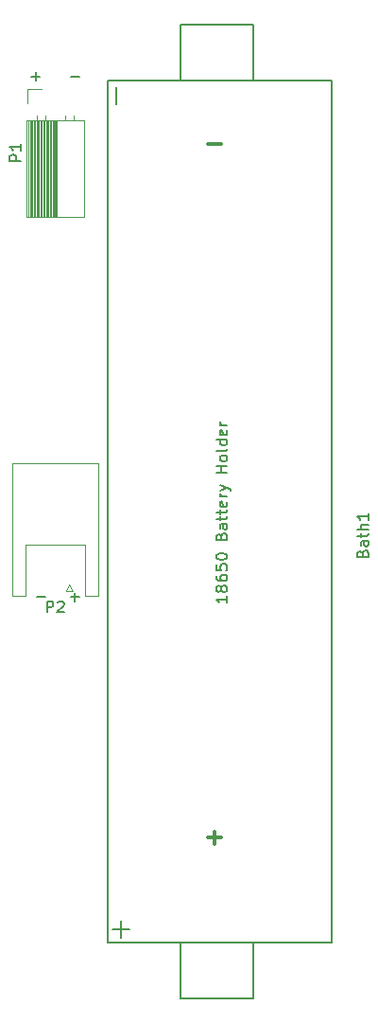
<source format=gto>
G04 #@! TF.FileFunction,Legend,Top*
%FSLAX46Y46*%
G04 Gerber Fmt 4.6, Leading zero omitted, Abs format (unit mm)*
G04 Created by KiCad (PCBNEW 4.0.4-stable) date 08/15/17 16:39:26*
%MOMM*%
%LPD*%
G01*
G04 APERTURE LIST*
%ADD10C,0.100000*%
%ADD11C,0.150000*%
%ADD12C,0.300000*%
%ADD13C,0.120000*%
%ADD14C,0.200000*%
G04 APERTURE END LIST*
D10*
D11*
X121619048Y-115071429D02*
X122380953Y-115071429D01*
X124619048Y-115071429D02*
X125380953Y-115071429D01*
X125000001Y-115452381D02*
X125000001Y-114690476D01*
D12*
X136928572Y-136607143D02*
X138071429Y-136607143D01*
X137500000Y-137178571D02*
X137500000Y-136035714D01*
X136928572Y-74607143D02*
X138071429Y-74607143D01*
D11*
X124619048Y-68571429D02*
X125380953Y-68571429D01*
X121119048Y-68571429D02*
X121880953Y-68571429D01*
X121500001Y-68952381D02*
X121500001Y-68190476D01*
X134450000Y-65850000D02*
X134450000Y-63950000D01*
X134450000Y-63950000D02*
X140950000Y-63950000D01*
X140950000Y-63950000D02*
X140950000Y-65650000D01*
X140950000Y-68950000D02*
X140950000Y-65650000D01*
X134450000Y-68950000D02*
X134450000Y-65850000D01*
X134450000Y-149250000D02*
X134450000Y-151000000D01*
X134450000Y-151000000D02*
X140950000Y-151000000D01*
X140950000Y-151000000D02*
X140950000Y-149800000D01*
X140950000Y-146000000D02*
X140950000Y-149750000D01*
X134450000Y-146000000D02*
X134450000Y-149250000D01*
X148000000Y-68950000D02*
X127950000Y-68950000D01*
X127950000Y-146000000D02*
X127950000Y-69000000D01*
X148000000Y-68950000D02*
X148050000Y-146000000D01*
X148050000Y-146000000D02*
X128000000Y-146000000D01*
D13*
X123250000Y-103150000D02*
X127100000Y-103150000D01*
X127100000Y-103150000D02*
X127100000Y-114950000D01*
X127100000Y-114950000D02*
X125900000Y-114950000D01*
X125900000Y-114950000D02*
X125900000Y-110450000D01*
X125900000Y-110450000D02*
X123250000Y-110450000D01*
X123250000Y-103150000D02*
X119400000Y-103150000D01*
X119400000Y-103150000D02*
X119400000Y-114950000D01*
X119400000Y-114950000D02*
X120600000Y-114950000D01*
X120600000Y-114950000D02*
X120600000Y-110450000D01*
X120600000Y-110450000D02*
X123250000Y-110450000D01*
X124500000Y-114000000D02*
X124800000Y-114600000D01*
X124800000Y-114600000D02*
X124200000Y-114600000D01*
X124200000Y-114600000D02*
X124500000Y-114000000D01*
X120670000Y-72460000D02*
X123270000Y-72460000D01*
X123270000Y-72460000D02*
X123270000Y-81090000D01*
X123270000Y-81090000D02*
X120670000Y-81090000D01*
X120670000Y-81090000D02*
X120670000Y-72460000D01*
X121620000Y-72030000D02*
X121620000Y-72460000D01*
X122380000Y-72030000D02*
X122380000Y-72460000D01*
X120850000Y-72460000D02*
X120850000Y-81090000D01*
X120970000Y-72460000D02*
X120970000Y-81090000D01*
X121090000Y-72460000D02*
X121090000Y-81090000D01*
X121210000Y-72460000D02*
X121210000Y-81090000D01*
X121330000Y-72460000D02*
X121330000Y-81090000D01*
X121450000Y-72460000D02*
X121450000Y-81090000D01*
X121570000Y-72460000D02*
X121570000Y-81090000D01*
X121690000Y-72460000D02*
X121690000Y-81090000D01*
X121810000Y-72460000D02*
X121810000Y-81090000D01*
X121930000Y-72460000D02*
X121930000Y-81090000D01*
X122050000Y-72460000D02*
X122050000Y-81090000D01*
X122170000Y-72460000D02*
X122170000Y-81090000D01*
X122290000Y-72460000D02*
X122290000Y-81090000D01*
X122410000Y-72460000D02*
X122410000Y-81090000D01*
X122530000Y-72460000D02*
X122530000Y-81090000D01*
X122650000Y-72460000D02*
X122650000Y-81090000D01*
X122770000Y-72460000D02*
X122770000Y-81090000D01*
X122890000Y-72460000D02*
X122890000Y-81090000D01*
X123010000Y-72460000D02*
X123010000Y-81090000D01*
X123130000Y-72460000D02*
X123130000Y-81090000D01*
X123250000Y-72460000D02*
X123250000Y-81090000D01*
X123370000Y-72460000D02*
X123370000Y-81090000D01*
X123270000Y-72460000D02*
X125870000Y-72460000D01*
X125870000Y-72460000D02*
X125870000Y-81090000D01*
X125870000Y-81090000D02*
X123270000Y-81090000D01*
X123270000Y-81090000D02*
X123270000Y-72460000D01*
X124160000Y-72030000D02*
X124160000Y-72460000D01*
X124920000Y-72030000D02*
X124920000Y-72460000D01*
X120730000Y-71000000D02*
X120730000Y-69730000D01*
X120730000Y-69730000D02*
X122000000Y-69730000D01*
D11*
X150778571Y-111195238D02*
X150826190Y-111052381D01*
X150873810Y-111004762D01*
X150969048Y-110957143D01*
X151111905Y-110957143D01*
X151207143Y-111004762D01*
X151254762Y-111052381D01*
X151302381Y-111147619D01*
X151302381Y-111528572D01*
X150302381Y-111528572D01*
X150302381Y-111195238D01*
X150350000Y-111100000D01*
X150397619Y-111052381D01*
X150492857Y-111004762D01*
X150588095Y-111004762D01*
X150683333Y-111052381D01*
X150730952Y-111100000D01*
X150778571Y-111195238D01*
X150778571Y-111528572D01*
X151302381Y-110100000D02*
X150778571Y-110100000D01*
X150683333Y-110147619D01*
X150635714Y-110242857D01*
X150635714Y-110433334D01*
X150683333Y-110528572D01*
X151254762Y-110100000D02*
X151302381Y-110195238D01*
X151302381Y-110433334D01*
X151254762Y-110528572D01*
X151159524Y-110576191D01*
X151064286Y-110576191D01*
X150969048Y-110528572D01*
X150921429Y-110433334D01*
X150921429Y-110195238D01*
X150873810Y-110100000D01*
X150635714Y-109766667D02*
X150635714Y-109385715D01*
X150302381Y-109623810D02*
X151159524Y-109623810D01*
X151254762Y-109576191D01*
X151302381Y-109480953D01*
X151302381Y-109385715D01*
X151302381Y-109052381D02*
X150302381Y-109052381D01*
X151302381Y-108623809D02*
X150778571Y-108623809D01*
X150683333Y-108671428D01*
X150635714Y-108766666D01*
X150635714Y-108909524D01*
X150683333Y-109004762D01*
X150730952Y-109052381D01*
X151302381Y-107623809D02*
X151302381Y-108195238D01*
X151302381Y-107909524D02*
X150302381Y-107909524D01*
X150445238Y-108004762D01*
X150540476Y-108100000D01*
X150588095Y-108195238D01*
D14*
X128742857Y-71061905D02*
X128742857Y-69538095D01*
X129142857Y-145561905D02*
X129142857Y-144038095D01*
X129904762Y-144800000D02*
X128380952Y-144800000D01*
D11*
X138652381Y-115002382D02*
X138652381Y-115573811D01*
X138652381Y-115288097D02*
X137652381Y-115288097D01*
X137795238Y-115383335D01*
X137890476Y-115478573D01*
X137938095Y-115573811D01*
X138080952Y-114430954D02*
X138033333Y-114526192D01*
X137985714Y-114573811D01*
X137890476Y-114621430D01*
X137842857Y-114621430D01*
X137747619Y-114573811D01*
X137700000Y-114526192D01*
X137652381Y-114430954D01*
X137652381Y-114240477D01*
X137700000Y-114145239D01*
X137747619Y-114097620D01*
X137842857Y-114050001D01*
X137890476Y-114050001D01*
X137985714Y-114097620D01*
X138033333Y-114145239D01*
X138080952Y-114240477D01*
X138080952Y-114430954D01*
X138128571Y-114526192D01*
X138176190Y-114573811D01*
X138271429Y-114621430D01*
X138461905Y-114621430D01*
X138557143Y-114573811D01*
X138604762Y-114526192D01*
X138652381Y-114430954D01*
X138652381Y-114240477D01*
X138604762Y-114145239D01*
X138557143Y-114097620D01*
X138461905Y-114050001D01*
X138271429Y-114050001D01*
X138176190Y-114097620D01*
X138128571Y-114145239D01*
X138080952Y-114240477D01*
X137652381Y-113192858D02*
X137652381Y-113383335D01*
X137700000Y-113478573D01*
X137747619Y-113526192D01*
X137890476Y-113621430D01*
X138080952Y-113669049D01*
X138461905Y-113669049D01*
X138557143Y-113621430D01*
X138604762Y-113573811D01*
X138652381Y-113478573D01*
X138652381Y-113288096D01*
X138604762Y-113192858D01*
X138557143Y-113145239D01*
X138461905Y-113097620D01*
X138223810Y-113097620D01*
X138128571Y-113145239D01*
X138080952Y-113192858D01*
X138033333Y-113288096D01*
X138033333Y-113478573D01*
X138080952Y-113573811D01*
X138128571Y-113621430D01*
X138223810Y-113669049D01*
X137652381Y-112192858D02*
X137652381Y-112669049D01*
X138128571Y-112716668D01*
X138080952Y-112669049D01*
X138033333Y-112573811D01*
X138033333Y-112335715D01*
X138080952Y-112240477D01*
X138128571Y-112192858D01*
X138223810Y-112145239D01*
X138461905Y-112145239D01*
X138557143Y-112192858D01*
X138604762Y-112240477D01*
X138652381Y-112335715D01*
X138652381Y-112573811D01*
X138604762Y-112669049D01*
X138557143Y-112716668D01*
X137652381Y-111526192D02*
X137652381Y-111430953D01*
X137700000Y-111335715D01*
X137747619Y-111288096D01*
X137842857Y-111240477D01*
X138033333Y-111192858D01*
X138271429Y-111192858D01*
X138461905Y-111240477D01*
X138557143Y-111288096D01*
X138604762Y-111335715D01*
X138652381Y-111430953D01*
X138652381Y-111526192D01*
X138604762Y-111621430D01*
X138557143Y-111669049D01*
X138461905Y-111716668D01*
X138271429Y-111764287D01*
X138033333Y-111764287D01*
X137842857Y-111716668D01*
X137747619Y-111669049D01*
X137700000Y-111621430D01*
X137652381Y-111526192D01*
X138128571Y-109669048D02*
X138176190Y-109526191D01*
X138223810Y-109478572D01*
X138319048Y-109430953D01*
X138461905Y-109430953D01*
X138557143Y-109478572D01*
X138604762Y-109526191D01*
X138652381Y-109621429D01*
X138652381Y-110002382D01*
X137652381Y-110002382D01*
X137652381Y-109669048D01*
X137700000Y-109573810D01*
X137747619Y-109526191D01*
X137842857Y-109478572D01*
X137938095Y-109478572D01*
X138033333Y-109526191D01*
X138080952Y-109573810D01*
X138128571Y-109669048D01*
X138128571Y-110002382D01*
X138652381Y-108573810D02*
X138128571Y-108573810D01*
X138033333Y-108621429D01*
X137985714Y-108716667D01*
X137985714Y-108907144D01*
X138033333Y-109002382D01*
X138604762Y-108573810D02*
X138652381Y-108669048D01*
X138652381Y-108907144D01*
X138604762Y-109002382D01*
X138509524Y-109050001D01*
X138414286Y-109050001D01*
X138319048Y-109002382D01*
X138271429Y-108907144D01*
X138271429Y-108669048D01*
X138223810Y-108573810D01*
X137985714Y-108240477D02*
X137985714Y-107859525D01*
X137652381Y-108097620D02*
X138509524Y-108097620D01*
X138604762Y-108050001D01*
X138652381Y-107954763D01*
X138652381Y-107859525D01*
X137985714Y-107669048D02*
X137985714Y-107288096D01*
X137652381Y-107526191D02*
X138509524Y-107526191D01*
X138604762Y-107478572D01*
X138652381Y-107383334D01*
X138652381Y-107288096D01*
X138604762Y-106573809D02*
X138652381Y-106669047D01*
X138652381Y-106859524D01*
X138604762Y-106954762D01*
X138509524Y-107002381D01*
X138128571Y-107002381D01*
X138033333Y-106954762D01*
X137985714Y-106859524D01*
X137985714Y-106669047D01*
X138033333Y-106573809D01*
X138128571Y-106526190D01*
X138223810Y-106526190D01*
X138319048Y-107002381D01*
X138652381Y-106097619D02*
X137985714Y-106097619D01*
X138176190Y-106097619D02*
X138080952Y-106050000D01*
X138033333Y-106002381D01*
X137985714Y-105907143D01*
X137985714Y-105811904D01*
X137985714Y-105573809D02*
X138652381Y-105335714D01*
X137985714Y-105097618D02*
X138652381Y-105335714D01*
X138890476Y-105430952D01*
X138938095Y-105478571D01*
X138985714Y-105573809D01*
X138652381Y-103954761D02*
X137652381Y-103954761D01*
X138128571Y-103954761D02*
X138128571Y-103383332D01*
X138652381Y-103383332D02*
X137652381Y-103383332D01*
X138652381Y-102764285D02*
X138604762Y-102859523D01*
X138557143Y-102907142D01*
X138461905Y-102954761D01*
X138176190Y-102954761D01*
X138080952Y-102907142D01*
X138033333Y-102859523D01*
X137985714Y-102764285D01*
X137985714Y-102621427D01*
X138033333Y-102526189D01*
X138080952Y-102478570D01*
X138176190Y-102430951D01*
X138461905Y-102430951D01*
X138557143Y-102478570D01*
X138604762Y-102526189D01*
X138652381Y-102621427D01*
X138652381Y-102764285D01*
X138652381Y-101859523D02*
X138604762Y-101954761D01*
X138509524Y-102002380D01*
X137652381Y-102002380D01*
X138652381Y-101049998D02*
X137652381Y-101049998D01*
X138604762Y-101049998D02*
X138652381Y-101145236D01*
X138652381Y-101335713D01*
X138604762Y-101430951D01*
X138557143Y-101478570D01*
X138461905Y-101526189D01*
X138176190Y-101526189D01*
X138080952Y-101478570D01*
X138033333Y-101430951D01*
X137985714Y-101335713D01*
X137985714Y-101145236D01*
X138033333Y-101049998D01*
X138604762Y-100192855D02*
X138652381Y-100288093D01*
X138652381Y-100478570D01*
X138604762Y-100573808D01*
X138509524Y-100621427D01*
X138128571Y-100621427D01*
X138033333Y-100573808D01*
X137985714Y-100478570D01*
X137985714Y-100288093D01*
X138033333Y-100192855D01*
X138128571Y-100145236D01*
X138223810Y-100145236D01*
X138319048Y-100621427D01*
X138652381Y-99716665D02*
X137985714Y-99716665D01*
X138176190Y-99716665D02*
X138080952Y-99669046D01*
X138033333Y-99621427D01*
X137985714Y-99526189D01*
X137985714Y-99430950D01*
X122511905Y-116452381D02*
X122511905Y-115452381D01*
X122892858Y-115452381D01*
X122988096Y-115500000D01*
X123035715Y-115547619D01*
X123083334Y-115642857D01*
X123083334Y-115785714D01*
X123035715Y-115880952D01*
X122988096Y-115928571D01*
X122892858Y-115976190D01*
X122511905Y-115976190D01*
X123464286Y-115547619D02*
X123511905Y-115500000D01*
X123607143Y-115452381D01*
X123845239Y-115452381D01*
X123940477Y-115500000D01*
X123988096Y-115547619D01*
X124035715Y-115642857D01*
X124035715Y-115738095D01*
X123988096Y-115880952D01*
X123416667Y-116452381D01*
X124035715Y-116452381D01*
X120182381Y-76118095D02*
X119182381Y-76118095D01*
X119182381Y-75737142D01*
X119230000Y-75641904D01*
X119277619Y-75594285D01*
X119372857Y-75546666D01*
X119515714Y-75546666D01*
X119610952Y-75594285D01*
X119658571Y-75641904D01*
X119706190Y-75737142D01*
X119706190Y-76118095D01*
X120182381Y-74594285D02*
X120182381Y-75165714D01*
X120182381Y-74880000D02*
X119182381Y-74880000D01*
X119325238Y-74975238D01*
X119420476Y-75070476D01*
X119468095Y-75165714D01*
M02*

</source>
